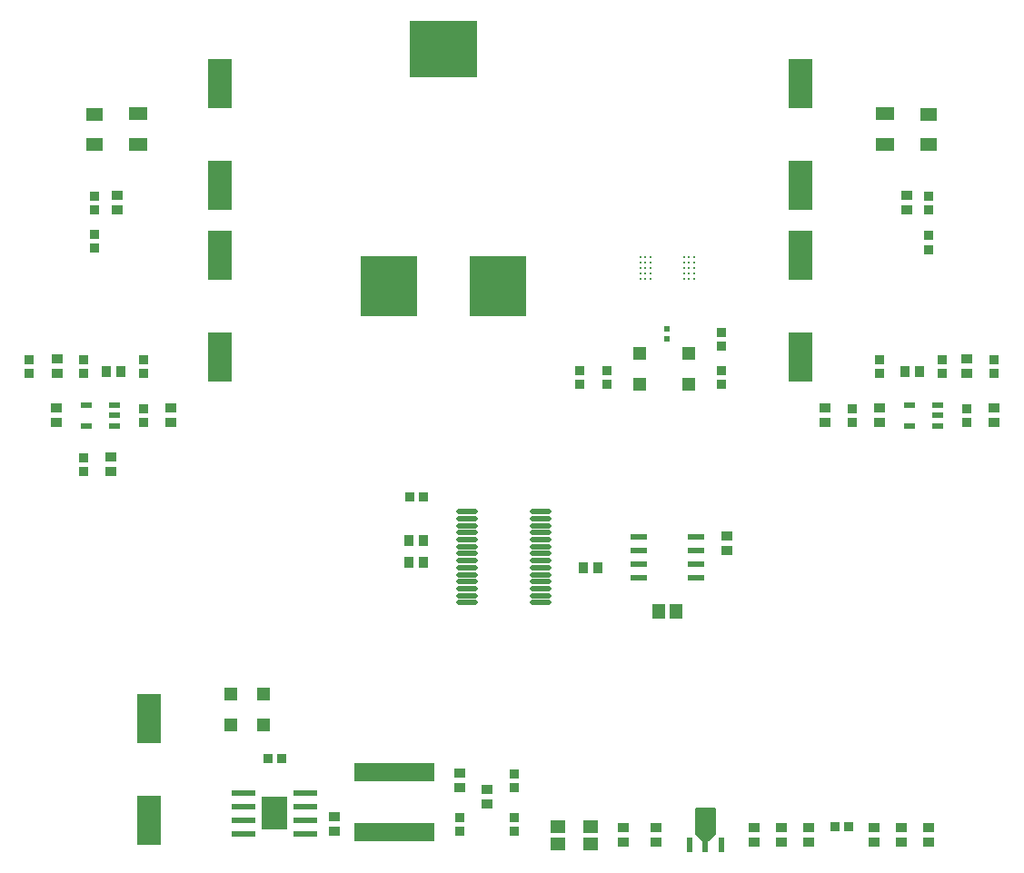
<source format=gtp>
G04 Layer_Color=8421504*
%FSLAX25Y25*%
%MOIN*%
G70*
G01*
G75*
%ADD10R,0.08661X0.01968*%
%ADD11R,0.09449X0.12205*%
%ADD12R,0.03347X0.03740*%
%ADD13R,0.09055X0.18307*%
%ADD14R,0.03937X0.03543*%
%ADD15R,0.05512X0.05118*%
%ADD16R,0.03740X0.03347*%
%ADD17R,0.29528X0.07087*%
%ADD18R,0.02362X0.05512*%
%ADD19R,0.02362X0.03937*%
%ADD20R,0.02165X0.01968*%
%ADD21R,0.03543X0.03937*%
%ADD22R,0.03937X0.02165*%
%ADD23R,0.05118X0.05512*%
%ADD24R,0.05905X0.02362*%
%ADD25R,0.07087X0.05118*%
%ADD26R,0.04724X0.04724*%
%ADD27R,0.04724X0.04724*%
%ADD28R,0.06496X0.04724*%
%ADD29C,0.00906*%
%ADD30R,0.21000X0.22000*%
%ADD31R,0.25000X0.20800*%
%ADD32O,0.07874X0.01772*%
G36*
X271740Y21776D02*
Y12228D01*
X269181Y9669D01*
X266819D01*
X264260Y12228D01*
Y21776D01*
X264752Y22268D01*
X271248Y22268D01*
X271740Y21776D01*
D02*
G37*
D10*
X98681Y27500D02*
D03*
Y22500D02*
D03*
Y17500D02*
D03*
Y12500D02*
D03*
X121319D02*
D03*
Y17500D02*
D03*
Y22500D02*
D03*
Y27500D02*
D03*
D11*
X110000Y20000D02*
D03*
D12*
X107441Y40000D02*
D03*
X112559D02*
D03*
X320559Y15000D02*
D03*
X315441D02*
D03*
X164559Y136000D02*
D03*
X159441D02*
D03*
D13*
X64000Y17299D02*
D03*
Y54701D02*
D03*
X303000Y250299D02*
D03*
Y287701D02*
D03*
Y224701D02*
D03*
Y187299D02*
D03*
X90000Y224701D02*
D03*
Y187299D02*
D03*
Y250299D02*
D03*
Y287701D02*
D03*
D14*
X132000Y18657D02*
D03*
Y13342D02*
D03*
X187928Y23343D02*
D03*
Y28657D02*
D03*
X178000Y29342D02*
D03*
Y34657D02*
D03*
X238000Y14658D02*
D03*
Y9342D02*
D03*
X350000Y14658D02*
D03*
Y9342D02*
D03*
X340000Y14658D02*
D03*
Y9342D02*
D03*
X330000Y14658D02*
D03*
Y9342D02*
D03*
X286000Y14658D02*
D03*
Y9342D02*
D03*
X296000Y14658D02*
D03*
Y9342D02*
D03*
X306000Y14658D02*
D03*
Y9342D02*
D03*
X364000Y186658D02*
D03*
Y181342D02*
D03*
X374000Y168658D02*
D03*
Y163342D02*
D03*
X332000D02*
D03*
Y168658D02*
D03*
X312000D02*
D03*
Y163342D02*
D03*
X30000D02*
D03*
Y168658D02*
D03*
X72000Y163342D02*
D03*
Y168658D02*
D03*
X50000Y150657D02*
D03*
Y145343D02*
D03*
X30072Y186658D02*
D03*
Y181342D02*
D03*
X276000Y121658D02*
D03*
Y116342D02*
D03*
X341928Y246657D02*
D03*
Y241342D02*
D03*
X52072Y246657D02*
D03*
Y241342D02*
D03*
X250000Y9342D02*
D03*
Y14658D02*
D03*
D15*
X214000Y15150D02*
D03*
Y8850D02*
D03*
X226000Y15150D02*
D03*
Y8850D02*
D03*
D16*
X198000Y18559D02*
D03*
Y13441D02*
D03*
Y34559D02*
D03*
Y29441D02*
D03*
X178000Y13441D02*
D03*
Y18559D02*
D03*
X374000Y181441D02*
D03*
Y186559D02*
D03*
X355000Y181441D02*
D03*
Y186559D02*
D03*
X332000Y181441D02*
D03*
Y186559D02*
D03*
X364000Y163441D02*
D03*
Y168559D02*
D03*
X322000Y163441D02*
D03*
Y168559D02*
D03*
X62000Y168559D02*
D03*
Y163441D02*
D03*
X40000Y150559D02*
D03*
Y145441D02*
D03*
X20000Y181441D02*
D03*
Y186559D02*
D03*
X40000Y186559D02*
D03*
Y181441D02*
D03*
X62000Y186559D02*
D03*
Y181441D02*
D03*
X274000Y191441D02*
D03*
Y196559D02*
D03*
X222000Y182559D02*
D03*
Y177441D02*
D03*
X350000Y226882D02*
D03*
Y232000D02*
D03*
Y241441D02*
D03*
Y246559D02*
D03*
X232000Y177441D02*
D03*
Y182559D02*
D03*
X274000Y177441D02*
D03*
Y182559D02*
D03*
X44000Y241441D02*
D03*
Y246559D02*
D03*
Y227441D02*
D03*
Y232559D02*
D03*
D17*
X154000Y12976D02*
D03*
Y35024D02*
D03*
D18*
X262094Y8488D02*
D03*
X273905D02*
D03*
D19*
X268000Y7701D02*
D03*
D20*
X253865Y194228D02*
D03*
Y197772D02*
D03*
D21*
X346657Y182000D02*
D03*
X341342D02*
D03*
X48170D02*
D03*
X53485D02*
D03*
X159343Y120072D02*
D03*
X164657D02*
D03*
X159343Y112000D02*
D03*
X164657D02*
D03*
X228658Y110000D02*
D03*
X223342D02*
D03*
D22*
X342685Y162260D02*
D03*
Y169740D02*
D03*
X353315D02*
D03*
Y166000D02*
D03*
Y162260D02*
D03*
X40685D02*
D03*
Y169740D02*
D03*
X51315D02*
D03*
Y166000D02*
D03*
Y162260D02*
D03*
D23*
X250850Y94000D02*
D03*
X257150D02*
D03*
D24*
X243370Y106500D02*
D03*
Y111500D02*
D03*
Y116500D02*
D03*
Y121500D02*
D03*
X264630D02*
D03*
Y116500D02*
D03*
Y111500D02*
D03*
Y106500D02*
D03*
D25*
X334000Y276709D02*
D03*
Y265291D02*
D03*
X60000Y276709D02*
D03*
Y265291D02*
D03*
D26*
X244000Y177370D02*
D03*
X262000D02*
D03*
X106000Y52370D02*
D03*
X94000D02*
D03*
D27*
X244000Y188630D02*
D03*
X262000D02*
D03*
X106000Y63630D02*
D03*
X94000D02*
D03*
D28*
X44000Y276512D02*
D03*
Y265488D02*
D03*
X350000D02*
D03*
Y276512D02*
D03*
D29*
X247771Y223937D02*
D03*
X246000D02*
D03*
X244228D02*
D03*
X247771Y221969D02*
D03*
X246000D02*
D03*
X244228D02*
D03*
X247771Y220000D02*
D03*
X246000Y220000D02*
D03*
X244228Y220000D02*
D03*
X247771Y218032D02*
D03*
X246000D02*
D03*
X244228D02*
D03*
X247771Y216063D02*
D03*
X246000D02*
D03*
X244228D02*
D03*
X263771Y223937D02*
D03*
X262000D02*
D03*
X260228D02*
D03*
X263771Y221969D02*
D03*
X262000D02*
D03*
X260228D02*
D03*
X263771Y220000D02*
D03*
X262000Y220000D02*
D03*
X260228Y220000D02*
D03*
X263771Y218032D02*
D03*
X262000D02*
D03*
X260228D02*
D03*
X263771Y216063D02*
D03*
X262000D02*
D03*
X260228D02*
D03*
D30*
X152000Y213500D02*
D03*
X192000D02*
D03*
D31*
X172000Y300400D02*
D03*
D32*
X207583Y97366D02*
D03*
Y99925D02*
D03*
Y102484D02*
D03*
Y105043D02*
D03*
Y107602D02*
D03*
Y110161D02*
D03*
Y112721D02*
D03*
Y115279D02*
D03*
Y117839D02*
D03*
Y120398D02*
D03*
Y122957D02*
D03*
Y125516D02*
D03*
Y128075D02*
D03*
Y130634D02*
D03*
X180417Y97366D02*
D03*
Y99925D02*
D03*
Y102484D02*
D03*
Y105043D02*
D03*
Y107602D02*
D03*
Y110161D02*
D03*
Y112721D02*
D03*
Y115279D02*
D03*
Y117839D02*
D03*
Y120398D02*
D03*
Y122957D02*
D03*
Y125516D02*
D03*
Y128075D02*
D03*
Y130634D02*
D03*
M02*

</source>
